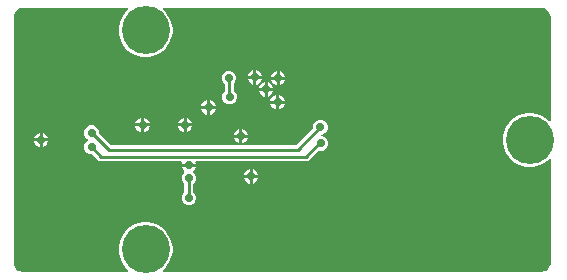
<source format=gbl>
G04*
G04 #@! TF.GenerationSoftware,Altium Limited,Altium Designer,24.1.2 (44)*
G04*
G04 Layer_Physical_Order=2*
G04 Layer_Color=16711680*
%FSLAX44Y44*%
%MOMM*%
G71*
G04*
G04 #@! TF.SameCoordinates,47630513-E096-4814-B05C-B46C922ECB9E*
G04*
G04*
G04 #@! TF.FilePolarity,Positive*
G04*
G01*
G75*
%ADD32C,0.2540*%
%ADD33C,4.0640*%
%ADD34C,0.7112*%
G36*
X104556Y231140D02*
X104924Y229925D01*
X104808Y229846D01*
X101623Y226662D01*
X99122Y222918D01*
X97399Y218758D01*
X96520Y214342D01*
Y209839D01*
X97399Y205422D01*
X99122Y201262D01*
X101623Y197518D01*
X104808Y194333D01*
X108552Y191832D01*
X112712Y190109D01*
X117128Y189230D01*
X121631D01*
X126048Y190109D01*
X130208Y191832D01*
X133952Y194333D01*
X137136Y197518D01*
X139638Y201262D01*
X141362Y205422D01*
X142240Y209839D01*
Y214342D01*
X141362Y218758D01*
X139638Y222918D01*
X137136Y226662D01*
X133952Y229846D01*
X133835Y229925D01*
X134204Y231140D01*
X454660Y231140D01*
X455410Y231140D01*
X456883Y230847D01*
X458269Y230273D01*
X459517Y229439D01*
X460579Y228377D01*
X461413Y227129D01*
X461987Y225743D01*
X462194Y224702D01*
X462280Y223521D01*
Y223520D01*
X462280D01*
X462280Y223520D01*
Y135725D01*
X461010Y135199D01*
X459072Y137136D01*
X455328Y139638D01*
X451168Y141362D01*
X446752Y142240D01*
X442248D01*
X437832Y141362D01*
X433672Y139638D01*
X429928Y137136D01*
X426744Y133952D01*
X424242Y130208D01*
X422519Y126048D01*
X421640Y121631D01*
Y117128D01*
X422519Y112712D01*
X424242Y108552D01*
X426744Y104808D01*
X429928Y101623D01*
X433672Y99122D01*
X437832Y97399D01*
X442248Y96520D01*
X446752D01*
X451168Y97399D01*
X455328Y99122D01*
X459072Y101623D01*
X461010Y103561D01*
X462280Y103035D01*
Y15240D01*
Y14490D01*
X461987Y13017D01*
X461413Y11631D01*
X460579Y10382D01*
X459517Y9321D01*
X458269Y8487D01*
X456883Y7913D01*
X455410Y7620D01*
X134204D01*
X133835Y8835D01*
X133952Y8913D01*
X137136Y12098D01*
X139638Y15842D01*
X141362Y20002D01*
X142240Y24418D01*
Y28921D01*
X141362Y33338D01*
X139638Y37498D01*
X137136Y41242D01*
X133952Y44426D01*
X130208Y46928D01*
X126048Y48651D01*
X121631Y49530D01*
X117128D01*
X112712Y48651D01*
X108552Y46928D01*
X104808Y44426D01*
X101623Y41242D01*
X99122Y37498D01*
X97399Y33338D01*
X96520Y28921D01*
Y24418D01*
X97399Y20002D01*
X99122Y15842D01*
X101623Y12098D01*
X104808Y8913D01*
X104925Y8835D01*
X104556Y7620D01*
X14490D01*
X13017Y7913D01*
X11631Y8487D01*
X10382Y9321D01*
X9321Y10382D01*
X8487Y11631D01*
X7913Y13017D01*
X7620Y14490D01*
Y15240D01*
X7620Y15240D01*
Y223520D01*
Y224270D01*
X7913Y225743D01*
X8487Y227129D01*
X9321Y228377D01*
X10382Y229439D01*
X11631Y230273D01*
X13017Y230847D01*
X14490Y231140D01*
X15240D01*
X15240Y231140D01*
X104556D01*
D02*
G37*
%LPC*%
G36*
X213106Y178284D02*
Y173482D01*
X217908D01*
X217004Y175665D01*
X215289Y177380D01*
X213106Y178284D01*
D02*
G37*
G36*
X210566D02*
X208383Y177380D01*
X206668Y175665D01*
X205764Y173482D01*
X210566D01*
Y178284D01*
D02*
G37*
G36*
X232918Y177776D02*
Y172974D01*
X237720D01*
X236816Y175157D01*
X235101Y176872D01*
X232918Y177776D01*
D02*
G37*
G36*
X230378D02*
X228195Y176872D01*
X226480Y175157D01*
X225576Y172974D01*
X230378D01*
Y177776D01*
D02*
G37*
G36*
X217908Y170942D02*
X213106D01*
Y166140D01*
X215289Y167044D01*
X217004Y168759D01*
X217908Y170942D01*
D02*
G37*
G36*
X210566D02*
X205764D01*
X206668Y168759D01*
X208383Y167044D01*
X210566Y166140D01*
Y170942D01*
D02*
G37*
G36*
X237720Y170434D02*
X232918D01*
Y165632D01*
X235101Y166536D01*
X236816Y168251D01*
X237720Y170434D01*
D02*
G37*
G36*
X230378D02*
X225576D01*
X226480Y168251D01*
X228195Y166536D01*
X230378Y165632D01*
Y170434D01*
D02*
G37*
G36*
X222758Y168124D02*
Y163322D01*
X227560D01*
X226656Y165505D01*
X224941Y167220D01*
X222758Y168124D01*
D02*
G37*
G36*
X220218D02*
X218035Y167220D01*
X216320Y165505D01*
X215416Y163322D01*
X220218D01*
Y168124D01*
D02*
G37*
G36*
X227560Y160782D02*
X222758D01*
Y155980D01*
X224941Y156884D01*
X226656Y158599D01*
X227560Y160782D01*
D02*
G37*
G36*
X220218D02*
X215416D01*
X216320Y158599D01*
X218035Y156884D01*
X220218Y155980D01*
Y160782D01*
D02*
G37*
G36*
X232410Y157456D02*
Y152654D01*
X237212D01*
X236308Y154837D01*
X234593Y156552D01*
X232410Y157456D01*
D02*
G37*
G36*
X229870D02*
X227687Y156552D01*
X225972Y154837D01*
X225068Y152654D01*
X229870D01*
Y157456D01*
D02*
G37*
G36*
X191205Y177800D02*
X188779D01*
X186539Y176872D01*
X184824Y175157D01*
X183896Y172917D01*
Y170491D01*
X184824Y168251D01*
X186364Y166711D01*
Y160418D01*
X185337Y159391D01*
X184409Y157150D01*
Y154725D01*
X185337Y152484D01*
X187052Y150770D01*
X189292Y149841D01*
X191717D01*
X193958Y150770D01*
X195672Y152484D01*
X196601Y154725D01*
Y157150D01*
X195672Y159391D01*
X194133Y160930D01*
Y167224D01*
X195160Y168251D01*
X196088Y170491D01*
Y172917D01*
X195160Y175157D01*
X193445Y176872D01*
X191205Y177800D01*
D02*
G37*
G36*
X173990Y152884D02*
Y148082D01*
X178792D01*
X177888Y150265D01*
X176173Y151980D01*
X173990Y152884D01*
D02*
G37*
G36*
X171450D02*
X169267Y151980D01*
X167552Y150265D01*
X166648Y148082D01*
X171450D01*
Y152884D01*
D02*
G37*
G36*
X237212Y150114D02*
X232410D01*
Y145312D01*
X234593Y146216D01*
X236308Y147931D01*
X237212Y150114D01*
D02*
G37*
G36*
X229870D02*
X225068D01*
X225972Y147931D01*
X227687Y146216D01*
X229870Y145312D01*
Y150114D01*
D02*
G37*
G36*
X178792Y145542D02*
X173990D01*
Y140740D01*
X176173Y141644D01*
X177888Y143359D01*
X178792Y145542D01*
D02*
G37*
G36*
X171450D02*
X166648D01*
X167552Y143359D01*
X169267Y141644D01*
X171450Y140740D01*
Y145542D01*
D02*
G37*
G36*
X154178Y138152D02*
Y133350D01*
X158980D01*
X158076Y135533D01*
X156361Y137248D01*
X154178Y138152D01*
D02*
G37*
G36*
X151638D02*
X149455Y137248D01*
X147740Y135533D01*
X146836Y133350D01*
X151638D01*
Y138152D01*
D02*
G37*
G36*
X118110D02*
Y133350D01*
X122912D01*
X122008Y135533D01*
X120293Y137248D01*
X118110Y138152D01*
D02*
G37*
G36*
X115570D02*
X113387Y137248D01*
X111672Y135533D01*
X110768Y133350D01*
X115570D01*
Y138152D01*
D02*
G37*
G36*
X158980Y130810D02*
X154178D01*
Y126008D01*
X156361Y126912D01*
X158076Y128627D01*
X158980Y130810D01*
D02*
G37*
G36*
X151638D02*
X146836D01*
X147740Y128627D01*
X149455Y126912D01*
X151638Y126008D01*
Y130810D01*
D02*
G37*
G36*
X122912D02*
X118110D01*
Y126008D01*
X120293Y126912D01*
X122008Y128627D01*
X122912Y130810D01*
D02*
G37*
G36*
X115570D02*
X110768D01*
X111672Y128627D01*
X113387Y126912D01*
X115570Y126008D01*
Y130810D01*
D02*
G37*
G36*
X201422Y128620D02*
Y123818D01*
X206224D01*
X205320Y126001D01*
X203605Y127716D01*
X201422Y128620D01*
D02*
G37*
G36*
X198882D02*
X196699Y127716D01*
X194984Y126001D01*
X194080Y123818D01*
X198882D01*
Y128620D01*
D02*
G37*
G36*
X32258Y125452D02*
Y120650D01*
X37060D01*
X36156Y122833D01*
X34441Y124548D01*
X32258Y125452D01*
D02*
G37*
G36*
X29718D02*
X27535Y124548D01*
X25820Y122833D01*
X24916Y120650D01*
X29718D01*
Y125452D01*
D02*
G37*
G36*
X206224Y121278D02*
X201422D01*
Y116476D01*
X203605Y117380D01*
X205320Y119095D01*
X206224Y121278D01*
D02*
G37*
G36*
X198882D02*
X194080D01*
X194984Y119095D01*
X196699Y117380D01*
X198882Y116476D01*
Y121278D01*
D02*
G37*
G36*
X268745Y136033D02*
X266320D01*
X264080Y135105D01*
X262365Y133390D01*
X261437Y131150D01*
Y129335D01*
X246731Y114629D01*
X90001D01*
X79756Y124874D01*
Y126689D01*
X78828Y128929D01*
X77113Y130644D01*
X74873Y131572D01*
X72447D01*
X70207Y130644D01*
X68492Y128929D01*
X67564Y126689D01*
Y124263D01*
X68492Y122023D01*
X70207Y120308D01*
X70914Y120015D01*
Y118745D01*
X70207Y118452D01*
X68492Y116737D01*
X67564Y114497D01*
Y112071D01*
X68492Y109831D01*
X70207Y108116D01*
X72447Y107188D01*
X74262D01*
X79041Y102409D01*
X80301Y101567D01*
X81788Y101271D01*
X149552D01*
X150257Y100215D01*
X149884Y99314D01*
X162028D01*
X161655Y100215D01*
X162360Y101271D01*
X255303D01*
X256789Y101567D01*
X258050Y102409D01*
X266060Y110420D01*
X266503Y110236D01*
X268929D01*
X271169Y111164D01*
X272884Y112879D01*
X273812Y115119D01*
Y117545D01*
X272884Y119785D01*
X271169Y121500D01*
X268929Y122428D01*
X268686D01*
X268007Y123698D01*
X268103Y123841D01*
X268745D01*
X270986Y124769D01*
X272701Y126484D01*
X273629Y128724D01*
Y131150D01*
X272701Y133390D01*
X270986Y135105D01*
X268745Y136033D01*
D02*
G37*
G36*
X37060Y118110D02*
X32258D01*
Y113308D01*
X34441Y114212D01*
X36156Y115927D01*
X37060Y118110D01*
D02*
G37*
G36*
X29718D02*
X24916D01*
X25820Y115927D01*
X27535Y114212D01*
X29718Y113308D01*
Y118110D01*
D02*
G37*
G36*
X210058Y94464D02*
Y89662D01*
X214860D01*
X213956Y91845D01*
X212241Y93560D01*
X210058Y94464D01*
D02*
G37*
G36*
X207518D02*
X205335Y93560D01*
X203620Y91845D01*
X202716Y89662D01*
X207518D01*
Y94464D01*
D02*
G37*
G36*
X214860Y87122D02*
X210058D01*
Y82320D01*
X212241Y83224D01*
X213956Y84939D01*
X214860Y87122D01*
D02*
G37*
G36*
X207518D02*
X202716D01*
X203620Y84939D01*
X205335Y83224D01*
X207518Y82320D01*
Y87122D01*
D02*
G37*
G36*
X162028Y96774D02*
X149884D01*
X150788Y94591D01*
X152125Y93254D01*
X152373Y92456D01*
X152125Y91658D01*
X150788Y90321D01*
X149860Y88081D01*
Y85655D01*
X150788Y83415D01*
X152071Y82132D01*
Y74840D01*
X150788Y73557D01*
X149860Y71317D01*
Y68891D01*
X150788Y66651D01*
X152503Y64936D01*
X154743Y64008D01*
X157169D01*
X159409Y64936D01*
X161124Y66651D01*
X162052Y68891D01*
Y71317D01*
X161124Y73557D01*
X159841Y74840D01*
Y82132D01*
X161124Y83415D01*
X162052Y85655D01*
Y88081D01*
X161124Y90321D01*
X159787Y91658D01*
X159539Y92456D01*
X159787Y93254D01*
X161124Y94591D01*
X162028Y96774D01*
D02*
G37*
%LPD*%
D32*
X81788Y105156D02*
X255303D01*
X73660Y113284D02*
X81788Y105156D01*
X255303D02*
X266479Y116332D01*
X88392Y110744D02*
X248340D01*
X73660Y125476D02*
X88392Y110744D01*
X248340D02*
X267533Y129937D01*
X189992Y171704D02*
X190248Y171448D01*
Y156194D02*
Y171448D01*
Y156194D02*
X190505Y155938D01*
X155956Y70104D02*
Y86868D01*
X266479Y116332D02*
X267716D01*
D33*
X119380Y26670D02*
D03*
Y212090D02*
D03*
X444500Y119380D02*
D03*
D34*
X221488Y162052D02*
D03*
X231648Y171704D02*
D03*
X211836Y172212D02*
D03*
X155956Y98044D02*
D03*
X189992Y171704D02*
D03*
X155956Y70104D02*
D03*
Y86868D02*
D03*
X152908Y132080D02*
D03*
X208788Y88392D02*
D03*
X172720Y146812D02*
D03*
X267716Y116332D02*
D03*
X267533Y129937D02*
D03*
X73660Y113284D02*
D03*
Y125476D02*
D03*
X30988Y119380D02*
D03*
X190505Y155938D02*
D03*
X231140Y151384D02*
D03*
X200152Y122548D02*
D03*
X116840Y132080D02*
D03*
M02*

</source>
